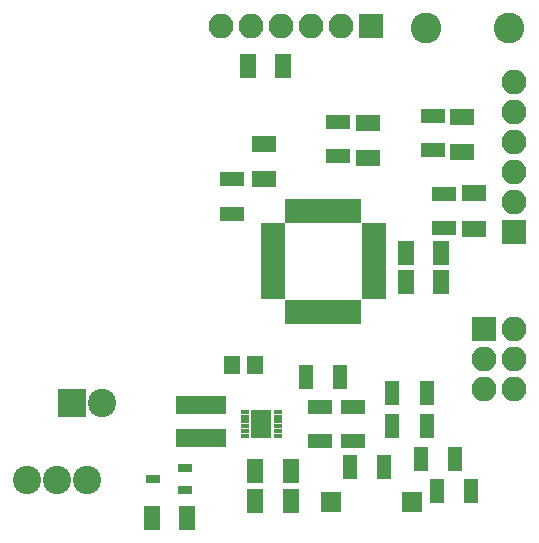
<source format=gts>
G04 #@! TF.FileFunction,Soldermask,Top*
%FSLAX46Y46*%
G04 Gerber Fmt 4.6, Leading zero omitted, Abs format (unit mm)*
G04 Created by KiCad (PCBNEW 4.0.7) date 10/19/18 11:12:39*
%MOMM*%
%LPD*%
G01*
G04 APERTURE LIST*
%ADD10C,0.100000*%
%ADD11R,1.820000X2.340000*%
%ADD12R,0.740000X0.340000*%
%ADD13R,2.400000X2.400000*%
%ADD14C,2.400000*%
%ADD15R,1.400000X2.000000*%
%ADD16R,2.000000X1.400000*%
%ADD17R,2.100000X2.100000*%
%ADD18O,2.100000X2.100000*%
%ADD19R,4.300000X1.600000*%
%ADD20R,1.300000X2.100000*%
%ADD21R,2.100000X1.300000*%
%ADD22C,2.600000*%
%ADD23R,2.000000X0.950000*%
%ADD24R,0.950000X2.000000*%
%ADD25R,0.850000X0.850000*%
%ADD26R,1.190000X0.740000*%
%ADD27R,1.400000X1.650000*%
G04 APERTURE END LIST*
D10*
D11*
X154500000Y-136500000D03*
D12*
X153100000Y-135500000D03*
X153100000Y-135900000D03*
X153100000Y-136300000D03*
X153100000Y-136700000D03*
X153100000Y-137100000D03*
X153100000Y-137500000D03*
X155900000Y-137500000D03*
X155900000Y-137100000D03*
X155900000Y-136700000D03*
X155900000Y-136300000D03*
X155900000Y-135900000D03*
X155900000Y-135500000D03*
D13*
X138480000Y-134770000D03*
D14*
X141020000Y-134770000D03*
D15*
X145200000Y-144500000D03*
X148200000Y-144500000D03*
X157000000Y-140500000D03*
X154000000Y-140500000D03*
X157000000Y-143000000D03*
X154000000Y-143000000D03*
X166750000Y-122000000D03*
X169750000Y-122000000D03*
X169750000Y-124500000D03*
X166750000Y-124500000D03*
D16*
X154725000Y-112800000D03*
X154725000Y-115800000D03*
D15*
X156350000Y-106200000D03*
X153350000Y-106200000D03*
D16*
X172500000Y-117000000D03*
X172500000Y-120000000D03*
X171500000Y-113500000D03*
X171500000Y-110500000D03*
X163500000Y-114000000D03*
X163500000Y-111000000D03*
D17*
X173350000Y-128500000D03*
D18*
X175890000Y-128500000D03*
X173350000Y-131040000D03*
X175890000Y-131040000D03*
X173350000Y-133580000D03*
X175890000Y-133580000D03*
D17*
X175900000Y-120275000D03*
D18*
X175900000Y-117735000D03*
X175900000Y-115195000D03*
X175900000Y-112655000D03*
X175900000Y-110115000D03*
X175900000Y-107575000D03*
D19*
X149400000Y-134900000D03*
X149400000Y-137700000D03*
D20*
X172275000Y-142225000D03*
X169375000Y-142225000D03*
X161200000Y-132500000D03*
X158300000Y-132500000D03*
X170875000Y-139450000D03*
X167975000Y-139450000D03*
X168500000Y-136675000D03*
X165600000Y-136675000D03*
X168500000Y-133925000D03*
X165600000Y-133925000D03*
D21*
X159500000Y-137950000D03*
X159500000Y-135050000D03*
X162250000Y-137950000D03*
X162250000Y-135050000D03*
D20*
X162025000Y-140150000D03*
X164925000Y-140150000D03*
D21*
X152025000Y-118700000D03*
X152025000Y-115800000D03*
X170000000Y-117050000D03*
X170000000Y-119950000D03*
X169000000Y-113350000D03*
X169000000Y-110450000D03*
X161000000Y-113850000D03*
X161000000Y-110950000D03*
D14*
X137200000Y-141250000D03*
X139740000Y-141250000D03*
X134660000Y-141250000D03*
D22*
X168475000Y-103000000D03*
X175475000Y-103000000D03*
D23*
X155500000Y-119950000D03*
X155500000Y-120750000D03*
X155500000Y-121550000D03*
X155500000Y-122350000D03*
X155500000Y-123150000D03*
X155500000Y-123950000D03*
X155500000Y-124750000D03*
X155500000Y-125550000D03*
D24*
X156950000Y-127000000D03*
X157750000Y-127000000D03*
X158550000Y-127000000D03*
X159350000Y-127000000D03*
X160150000Y-127000000D03*
X160950000Y-127000000D03*
X161750000Y-127000000D03*
X162550000Y-127000000D03*
D23*
X164000000Y-125550000D03*
X164000000Y-124750000D03*
X164000000Y-123950000D03*
X164000000Y-123150000D03*
X164000000Y-122350000D03*
X164000000Y-121550000D03*
X164000000Y-120750000D03*
X164000000Y-119950000D03*
D24*
X162550000Y-118500000D03*
X161750000Y-118500000D03*
X160950000Y-118500000D03*
X160150000Y-118500000D03*
X159350000Y-118500000D03*
X158550000Y-118500000D03*
X157750000Y-118500000D03*
X156950000Y-118500000D03*
D17*
X163750000Y-102800000D03*
D18*
X161210000Y-102800000D03*
X158670000Y-102800000D03*
X156130000Y-102800000D03*
X153590000Y-102800000D03*
X151050000Y-102800000D03*
D25*
X166800000Y-143575000D03*
X166800000Y-142725000D03*
X167650000Y-142725000D03*
X167650000Y-143575000D03*
X160000000Y-143575000D03*
X160000000Y-142725000D03*
X160850000Y-142725000D03*
X160850000Y-143575000D03*
D26*
X145350000Y-141200000D03*
X148050000Y-140250000D03*
X148050000Y-142150000D03*
D27*
X152000000Y-131500000D03*
X154000000Y-131500000D03*
M02*

</source>
